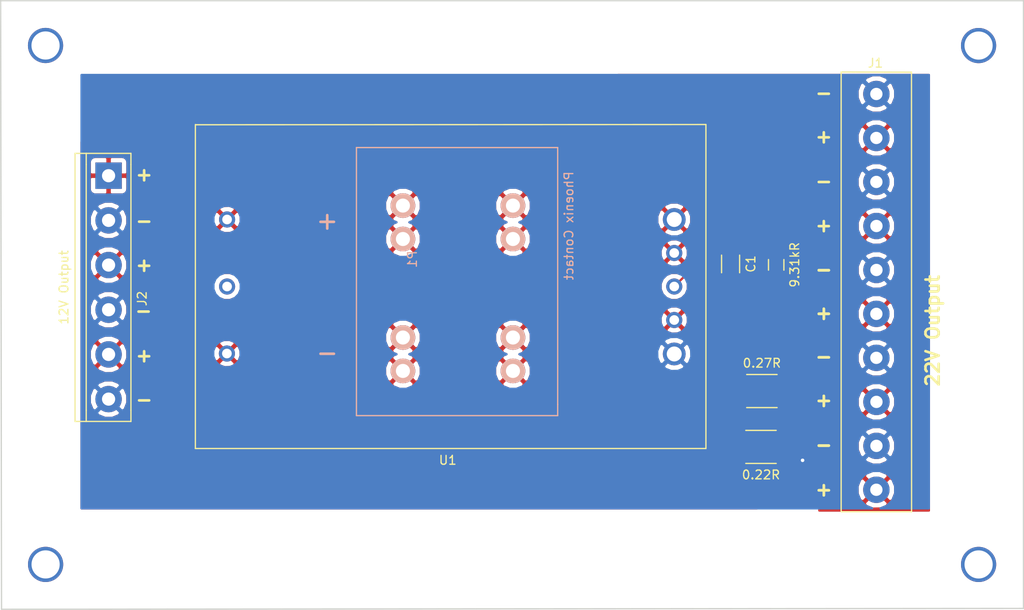
<source format=kicad_pcb>
(kicad_pcb (version 4) (host pcbnew 4.0.7)

  (general
    (links 32)
    (no_connects 0)
    (area 58.027499 107.0254 160.095001 160.285501)
    (thickness 1.6)
    (drawings 29)
    (tracks 15)
    (zones 0)
    (modules 8)
    (nets 9)
  )

  (page A4)
  (layers
    (0 F.Cu signal hide)
    (31 B.Cu signal hide)
    (32 B.Adhes user hide)
    (33 F.Adhes user hide)
    (34 B.Paste user hide)
    (35 F.Paste user hide)
    (36 B.SilkS user)
    (37 F.SilkS user hide)
    (38 B.Mask user)
    (39 F.Mask user)
    (40 Dwgs.User user)
    (41 Cmts.User user)
    (42 Eco1.User user)
    (43 Eco2.User user)
    (44 Edge.Cuts user)
    (45 Margin user)
    (46 B.CrtYd user)
    (47 F.CrtYd user)
    (48 B.Fab user)
    (49 F.Fab user)
  )

  (setup
    (last_trace_width 0.25)
    (trace_clearance 0.2)
    (zone_clearance 0.508)
    (zone_45_only no)
    (trace_min 0.2)
    (segment_width 0.2)
    (edge_width 0.15)
    (via_size 0.6)
    (via_drill 0.4)
    (via_min_size 0.4)
    (via_min_drill 0.3)
    (uvia_size 0.3)
    (uvia_drill 0.1)
    (uvias_allowed no)
    (uvia_min_size 0.2)
    (uvia_min_drill 0.1)
    (pcb_text_width 0.3)
    (pcb_text_size 1.5 1.5)
    (mod_edge_width 0.15)
    (mod_text_size 1 1)
    (mod_text_width 0.15)
    (pad_size 1.524 1.524)
    (pad_drill 0.762)
    (pad_to_mask_clearance 0.2)
    (aux_axis_origin 0 0)
    (visible_elements 7FFFFFFF)
    (pcbplotparams
      (layerselection 0x00030_80000001)
      (usegerberextensions false)
      (excludeedgelayer true)
      (linewidth 0.100000)
      (plotframeref false)
      (viasonmask false)
      (mode 1)
      (useauxorigin false)
      (hpglpennumber 1)
      (hpglpenspeed 20)
      (hpglpendiameter 15)
      (hpglpenoverlay 2)
      (psnegative false)
      (psa4output false)
      (plotreference true)
      (plotvalue true)
      (plotinvisibletext false)
      (padsonsilk false)
      (subtractmaskfromsilk false)
      (outputformat 1)
      (mirror false)
      (drillshape 1)
      (scaleselection 1)
      (outputdirectory ""))
  )

  (net 0 "")
  (net 1 /-Vout)
  (net 2 "Net-(0.22-Pad2)")
  (net 3 "Net-(0.27-Pad2)")
  (net 4 "Net-(9.3182-Pad1)")
  (net 5 "Net-(9.3182-Pad2)")
  (net 6 GND)
  (net 7 "Net-(P1-Pad2)")
  (net 8 "Net-(U1-Pad2)")

  (net_class Default "This is the default net class."
    (clearance 0.2)
    (trace_width 0.25)
    (via_dia 0.6)
    (via_drill 0.4)
    (uvia_dia 0.3)
    (uvia_drill 0.1)
    (add_net /-Vout)
    (add_net GND)
    (add_net "Net-(0.22-Pad2)")
    (add_net "Net-(0.27-Pad2)")
    (add_net "Net-(9.3182-Pad1)")
    (add_net "Net-(9.3182-Pad2)")
    (add_net "Net-(P1-Pad2)")
    (add_net "Net-(U1-Pad2)")
  )

  (module Capacitors_SMD:C_1206 (layer F.Cu) (tedit 5415D7BD) (tstamp 5AE0D79C)
    (at 134.8232 130.8354 270)
    (descr "Capacitor SMD 1206, reflow soldering, AVX (see smccp.pdf)")
    (tags "capacitor 1206")
    (path /5AC54A7E)
    (attr smd)
    (fp_text reference C1 (at 0 -2.3 270) (layer F.SilkS)
      (effects (font (size 1 1) (thickness 0.15)))
    )
    (fp_text value 0.01uF (at 0 2.3 270) (layer F.Fab)
      (effects (font (size 1 1) (thickness 0.15)))
    )
    (fp_line (start -1.6 0.8) (end -1.6 -0.8) (layer F.Fab) (width 0.15))
    (fp_line (start 1.6 0.8) (end -1.6 0.8) (layer F.Fab) (width 0.15))
    (fp_line (start 1.6 -0.8) (end 1.6 0.8) (layer F.Fab) (width 0.15))
    (fp_line (start -1.6 -0.8) (end 1.6 -0.8) (layer F.Fab) (width 0.15))
    (fp_line (start -2.3 -1.15) (end 2.3 -1.15) (layer F.CrtYd) (width 0.05))
    (fp_line (start -2.3 1.15) (end 2.3 1.15) (layer F.CrtYd) (width 0.05))
    (fp_line (start -2.3 -1.15) (end -2.3 1.15) (layer F.CrtYd) (width 0.05))
    (fp_line (start 2.3 -1.15) (end 2.3 1.15) (layer F.CrtYd) (width 0.05))
    (fp_line (start 1 -1.025) (end -1 -1.025) (layer F.SilkS) (width 0.15))
    (fp_line (start -1 1.025) (end 1 1.025) (layer F.SilkS) (width 0.15))
    (pad 1 smd rect (at -1.5 0 270) (size 1 1.6) (layers F.Cu F.Paste F.Mask)
      (net 3 "Net-(0.27-Pad2)"))
    (pad 2 smd rect (at 1.5 0 270) (size 1 1.6) (layers F.Cu F.Paste F.Mask)
      (net 5 "Net-(9.3182-Pad2)"))
    (model Capacitors_SMD.3dshapes/C_1206.wrl
      (at (xyz 0 0 0))
      (scale (xyz 1 1 1))
      (rotate (xyz 0 0 0))
    )
  )

  (module USST-footprints:TerminalBlock_Pheonix_PT-5mm_6pol (layer F.Cu) (tedit 5AE0E9A8) (tstamp 5AE0D7C3)
    (at 64.1604 120.8024 270)
    (path /5AC95135)
    (fp_text reference J2 (at 13.97 -3.81 270) (layer F.SilkS)
      (effects (font (size 1 1) (thickness 0.15)))
    )
    (fp_text value "12V Output" (at 12.7 5.08 270) (layer F.SilkS)
      (effects (font (size 1 1) (thickness 0.15)))
    )
    (fp_line (start 27.94 3.81) (end 27.94 2.54) (layer F.SilkS) (width 0.15))
    (fp_line (start -2.54 3.81) (end 27.94 3.81) (layer F.SilkS) (width 0.15))
    (fp_line (start -2.54 2.54) (end -2.54 3.81) (layer F.SilkS) (width 0.15))
    (fp_line (start -2.54 2.54) (end -1.27 2.54) (layer F.SilkS) (width 0.15))
    (fp_line (start -2.54 -2.54) (end -2.54 2.54) (layer F.SilkS) (width 0.15))
    (fp_line (start -1.27 -2.54) (end -2.54 -2.54) (layer F.SilkS) (width 0.15))
    (fp_line (start 27.94 2.54) (end 26.67 2.54) (layer F.SilkS) (width 0.15))
    (fp_line (start 27.94 -2.54) (end 27.94 2.54) (layer F.SilkS) (width 0.15))
    (fp_line (start 26.67 -2.54) (end 27.94 -2.54) (layer F.SilkS) (width 0.15))
    (fp_line (start 26.67 -2.54) (end -1.27 -2.54) (layer F.SilkS) (width 0.15))
    (fp_line (start -1.27 2.54) (end 26.67 2.54) (layer F.SilkS) (width 0.15))
    (pad 1 thru_hole rect (at 0 0 270) (size 3 3) (drill 1.5) (layers *.Cu *.Mask)
      (net 2 "Net-(0.22-Pad2)"))
    (pad 2 thru_hole circle (at 5.08 0 270) (size 3 3) (drill 1.5) (layers *.Cu *.Mask)
      (net 1 /-Vout))
    (pad 3 thru_hole circle (at 10.16 0 270) (size 3 3) (drill 1.5) (layers *.Cu *.Mask)
      (net 2 "Net-(0.22-Pad2)"))
    (pad 4 thru_hole circle (at 15.24 0 270) (size 3 3) (drill 1.5) (layers *.Cu *.Mask)
      (net 1 /-Vout))
    (pad 5 thru_hole circle (at 20.32 0 270) (size 3 3) (drill 1.5) (layers *.Cu *.Mask)
      (net 2 "Net-(0.22-Pad2)"))
    (pad 6 thru_hole circle (at 25.4 0 270) (size 3 3) (drill 1.5) (layers *.Cu *.Mask)
      (net 1 /-Vout))
  )

  (module USST-footprints:Phoenix_Contact_1770539 (layer B.Cu) (tedit 5AE0EADD) (tstamp 5AE0D7D4)
    (at 110.1 143 90)
    (path /5AC864F2)
    (fp_text reference P1 (at 12.7 -11.43 90) (layer B.SilkS)
      (effects (font (size 1 1) (thickness 0.15)) (justify mirror))
    )
    (fp_text value "Phoenix Contact" (at 16.51 6.35 90) (layer B.SilkS)
      (effects (font (size 1 1) (thickness 0.15)) (justify mirror))
    )
    (fp_line (start -5.08 5.08) (end -3.81 5.08) (layer B.SilkS) (width 0.15))
    (fp_line (start -5.08 -17.78) (end -5.08 5.08) (layer B.SilkS) (width 0.15))
    (fp_line (start 25.4 -17.78) (end -5.08 -17.78) (layer B.SilkS) (width 0.15))
    (fp_line (start 25.4 5.08) (end 25.4 -17.78) (layer B.SilkS) (width 0.15))
    (fp_line (start -3.81 5.08) (end 25.4 5.08) (layer B.SilkS) (width 0.15))
    (pad 1 thru_hole circle (at 0 0 90) (size 2.8 2.8) (drill 1.6) (layers *.Cu *.Mask B.SilkS)
      (net 6 GND))
    (pad 1 thru_hole circle (at 3.8 0 90) (size 2.8 2.8) (drill 1.6) (layers *.Cu *.Mask B.SilkS)
      (net 6 GND))
    (pad 1 thru_hole circle (at 0 -12.5 90) (size 2.8 2.8) (drill 1.6) (layers *.Cu *.Mask B.SilkS)
      (net 6 GND))
    (pad 1 thru_hole circle (at 3.8 -12.5 90) (size 2.8 2.8) (drill 1.6) (layers *.Cu *.Mask B.SilkS)
      (net 6 GND))
    (pad 2 thru_hole circle (at 15 0 90) (size 2.8 2.8) (drill 1.6) (layers *.Cu *.Mask B.SilkS)
      (net 7 "Net-(P1-Pad2)"))
    (pad 2 thru_hole circle (at 18.8 0 90) (size 2.8 2.8) (drill 1.6) (layers *.Cu *.Mask B.SilkS)
      (net 7 "Net-(P1-Pad2)"))
    (pad 2 thru_hole circle (at 15 -12.5 90) (size 2.8 2.8) (drill 1.6) (layers *.Cu *.Mask B.SilkS)
      (net 7 "Net-(P1-Pad2)"))
    (pad 2 thru_hole circle (at 18.8 -12.5 90) (size 2.8 2.8) (drill 1.6) (layers *.Cu *.Mask B.SilkS)
      (net 7 "Net-(P1-Pad2)"))
  )

  (module USST-footprints:IQL24040A050V_Power_Supply (layer F.Cu) (tedit 5AC415F9) (tstamp 5AE0D7E4)
    (at 128.4224 125.7808)
    (path /5AC545D9)
    (fp_text reference U1 (at -25.73 27.37 180) (layer F.SilkS)
      (effects (font (size 1 1) (thickness 0.15)))
    )
    (fp_text value IQL24040A050V-009-R-ND (at -25.82 24.43) (layer F.Fab)
      (effects (font (size 1 1) (thickness 0.15)))
    )
    (fp_line (start -54.36 -10.77) (end 3.6 -10.8) (layer F.SilkS) (width 0.15))
    (fp_line (start 3.6 -10.8) (end 3.6 26.04) (layer F.SilkS) (width 0.15))
    (fp_line (start 3.6 26.04) (end -54.4 26.04) (layer F.SilkS) (width 0.15))
    (fp_line (start -54.4 26.04) (end -54.4 -10.8) (layer F.SilkS) (width 0.15))
    (pad 8 thru_hole circle (at 0 0) (size 2.59 2.59) (drill 1.7) (layers *.Cu *.Mask)
      (net 3 "Net-(0.27-Pad2)"))
    (pad 4 thru_hole circle (at 0 15.29) (size 2.59 2.59) (drill 1.7) (layers *.Cu *.Mask)
      (net 1 /-Vout))
    (pad 7 thru_hole circle (at 0 3.81) (size 1.83 1.83) (drill 1.1) (layers *.Cu *.Mask)
      (net 3 "Net-(0.27-Pad2)"))
    (pad 6 thru_hole circle (at 0 7.62) (size 1.83 1.83) (drill 1.1) (layers *.Cu *.Mask)
      (net 5 "Net-(9.3182-Pad2)"))
    (pad 8 thru_hole circle (at 0 11.43) (size 1.83 1.83) (drill 1.1) (layers *.Cu *.Mask)
      (net 3 "Net-(0.27-Pad2)"))
    (pad 1 thru_hole circle (at -50.8 0) (size 1.83 1.83) (drill 1.1) (layers *.Cu *.Mask)
      (net 7 "Net-(P1-Pad2)"))
    (pad 2 thru_hole circle (at -50.8 7.62) (size 1.83 1.83) (drill 1.1) (layers *.Cu *.Mask)
      (net 8 "Net-(U1-Pad2)"))
    (pad 3 thru_hole circle (at -50.82 15.24) (size 1.83 1.83) (drill 1.1) (layers *.Cu *.Mask)
      (net 6 GND))
  )

  (module Resistors_SMD:R_1812 (layer F.Cu) (tedit 5AE0E9E5) (tstamp 5AE0D77C)
    (at 138.3792 145.288)
    (descr "Resistor SMD 1812, flow soldering, Panasonic (see ERJ12)")
    (tags "resistor 1812")
    (path /5AC54CA5)
    (attr smd)
    (fp_text reference 0.27R (at 0 -3.175) (layer F.SilkS)
      (effects (font (size 1 1) (thickness 0.15)))
    )
    (fp_text value 0.27 (at 0 3.175) (layer F.Fab)
      (effects (font (size 1 1) (thickness 0.15)))
    )
    (fp_line (start -2.25 1.6) (end -2.25 -1.6) (layer F.Fab) (width 0.1))
    (fp_line (start 2.25 1.6) (end -2.25 1.6) (layer F.Fab) (width 0.1))
    (fp_line (start 2.25 -1.6) (end 2.25 1.6) (layer F.Fab) (width 0.1))
    (fp_line (start -2.25 -1.6) (end 2.25 -1.6) (layer F.Fab) (width 0.1))
    (fp_line (start -3.5052 -2.2352) (end 3.5052 -2.2352) (layer F.CrtYd) (width 0.05))
    (fp_line (start 3.5052 -2.2352) (end 3.5052 2.2352) (layer F.CrtYd) (width 0.05))
    (fp_line (start 3.5052 2.2352) (end -3.5052 2.2352) (layer F.CrtYd) (width 0.05))
    (fp_line (start -3.5052 2.2352) (end -3.5052 -2.2352) (layer F.CrtYd) (width 0.05))
    (fp_line (start -1.7272 1.8796) (end 1.7272 1.8796) (layer F.SilkS) (width 0.15))
    (fp_line (start -1.7272 -1.8796) (end 1.7272 -1.8796) (layer F.SilkS) (width 0.15))
    (pad 1 smd rect (at -2.4384 0) (size 1.6 3.5) (layers F.Cu F.Paste F.Mask)
      (net 2 "Net-(0.22-Pad2)"))
    (pad 2 smd rect (at 2.4384 0) (size 1.6 3.5) (layers F.Cu F.Paste F.Mask)
      (net 3 "Net-(0.27-Pad2)"))
  )

  (module Resistors_SMD:R_1812 (layer F.Cu) (tedit 5AE0E9F4) (tstamp 5AE0D76C)
    (at 138.2776 151.638 180)
    (descr "Resistor SMD 1812, flow soldering, Panasonic (see ERJ12)")
    (tags "resistor 1812")
    (path /5AC54C78)
    (attr smd)
    (fp_text reference 0.22R (at 0 -3.175 180) (layer F.SilkS)
      (effects (font (size 1 1) (thickness 0.15)))
    )
    (fp_text value 0.22 (at 0 3.175 180) (layer F.Fab)
      (effects (font (size 1 1) (thickness 0.15)))
    )
    (fp_line (start -2.25 1.6) (end -2.25 -1.6) (layer F.Fab) (width 0.1))
    (fp_line (start 2.25 1.6) (end -2.25 1.6) (layer F.Fab) (width 0.1))
    (fp_line (start 2.25 -1.6) (end 2.25 1.6) (layer F.Fab) (width 0.1))
    (fp_line (start -2.25 -1.6) (end 2.25 -1.6) (layer F.Fab) (width 0.1))
    (fp_line (start -3.5052 -2.2352) (end 3.5052 -2.2352) (layer F.CrtYd) (width 0.05))
    (fp_line (start 3.5052 -2.2352) (end 3.5052 2.2352) (layer F.CrtYd) (width 0.05))
    (fp_line (start 3.5052 2.2352) (end -3.5052 2.2352) (layer F.CrtYd) (width 0.05))
    (fp_line (start -3.5052 2.2352) (end -3.5052 -2.2352) (layer F.CrtYd) (width 0.05))
    (fp_line (start -1.7272 1.8796) (end 1.7272 1.8796) (layer F.SilkS) (width 0.15))
    (fp_line (start -1.7272 -1.8796) (end 1.7272 -1.8796) (layer F.SilkS) (width 0.15))
    (pad 1 smd rect (at -2.4384 0 180) (size 1.6 3.5) (layers F.Cu F.Paste F.Mask)
      (net 1 /-Vout))
    (pad 2 smd rect (at 2.4384 0 180) (size 1.6 3.5) (layers F.Cu F.Paste F.Mask)
      (net 2 "Net-(0.22-Pad2)"))
  )

  (module USST-footprints:Phoenix_Contact_Terminal_Block_1x10_1935242 (layer F.Cu) (tedit 5AE0DC22) (tstamp 5AE0D7AE)
    (at 151.384 134.0104 90)
    (path /5AC943C7)
    (fp_text reference J1 (at 26.01 -0.1 180) (layer F.SilkS)
      (effects (font (size 1 1) (thickness 0.15)))
    )
    (fp_text value "22V Output" (at -0.22 5.59 90) (layer F.Fab)
      (effects (font (size 1 1) (thickness 0.15)))
    )
    (fp_line (start -25 -4) (end 25 -4) (layer F.SilkS) (width 0.15))
    (fp_line (start 25 -4) (end 24.98 3.99) (layer F.SilkS) (width 0.15))
    (fp_line (start 24.98 3.99) (end -25 4) (layer F.SilkS) (width 0.15))
    (fp_line (start -25 4) (end -25 -4) (layer F.SilkS) (width 0.15))
    (pad 1 thru_hole circle (at -22.5 0 90) (size 3 3) (drill 1.4) (layers *.Cu *.Mask)
      (net 3 "Net-(0.27-Pad2)"))
    (pad 2 thru_hole circle (at -17.51 0.01 90) (size 3 3) (drill 1.4) (layers *.Cu *.Mask)
      (net 1 /-Vout))
    (pad 3 thru_hole circle (at -12.51 0.01 90) (size 3 3) (drill 1.4) (layers *.Cu *.Mask)
      (net 3 "Net-(0.27-Pad2)"))
    (pad 4 thru_hole circle (at -7.5 0 90) (size 3 3) (drill 1.4) (layers *.Cu *.Mask)
      (net 1 /-Vout))
    (pad 5 thru_hole circle (at -2.5 0 90) (size 3 3) (drill 1.4) (layers *.Cu *.Mask)
      (net 3 "Net-(0.27-Pad2)"))
    (pad 6 thru_hole circle (at 2.49 0.01 90) (size 3 3) (drill 1.4) (layers *.Cu *.Mask)
      (net 1 /-Vout))
    (pad 7 thru_hole circle (at 7.49 0.01 90) (size 3 3) (drill 1.4) (layers *.Cu *.Mask)
      (net 3 "Net-(0.27-Pad2)"))
    (pad 8 thru_hole circle (at 12.5 0 90) (size 3 3) (drill 1.4) (layers *.Cu *.Mask)
      (net 1 /-Vout))
    (pad 9 thru_hole circle (at 17.5 0 90) (size 3 3) (drill 1.4) (layers *.Cu *.Mask)
      (net 3 "Net-(0.27-Pad2)"))
    (pad 10 thru_hole circle (at 22.5 0 90) (size 3 3) (drill 1.4) (layers *.Cu *.Mask)
      (net 1 /-Vout))
  )

  (module Resistors_SMD:R_0805 (layer F.Cu) (tedit 5AE0EA17) (tstamp 5AE0D78C)
    (at 140.0048 130.937 270)
    (descr "Resistor SMD 0805, reflow soldering, Vishay (see dcrcw.pdf)")
    (tags "resistor 0805")
    (path /5AC54BDD)
    (attr smd)
    (fp_text reference 9.31kR (at 0 -2.1 270) (layer F.SilkS)
      (effects (font (size 1 1) (thickness 0.15)))
    )
    (fp_text value 9.3182 (at 0 2.1 360) (layer F.Fab)
      (effects (font (size 1 1) (thickness 0.15)))
    )
    (fp_line (start -1 0.625) (end -1 -0.625) (layer F.Fab) (width 0.1))
    (fp_line (start 1 0.625) (end -1 0.625) (layer F.Fab) (width 0.1))
    (fp_line (start 1 -0.625) (end 1 0.625) (layer F.Fab) (width 0.1))
    (fp_line (start -1 -0.625) (end 1 -0.625) (layer F.Fab) (width 0.1))
    (fp_line (start -1.6 -1) (end 1.6 -1) (layer F.CrtYd) (width 0.05))
    (fp_line (start -1.6 1) (end 1.6 1) (layer F.CrtYd) (width 0.05))
    (fp_line (start -1.6 -1) (end -1.6 1) (layer F.CrtYd) (width 0.05))
    (fp_line (start 1.6 -1) (end 1.6 1) (layer F.CrtYd) (width 0.05))
    (fp_line (start 0.6 0.875) (end -0.6 0.875) (layer F.SilkS) (width 0.15))
    (fp_line (start -0.6 -0.875) (end 0.6 -0.875) (layer F.SilkS) (width 0.15))
    (pad 1 smd rect (at -0.95 0 270) (size 0.7 1.3) (layers F.Cu F.Paste F.Mask)
      (net 4 "Net-(9.3182-Pad1)"))
    (pad 2 smd rect (at 0.95 0 270) (size 0.7 1.3) (layers F.Cu F.Paste F.Mask)
      (net 5 "Net-(9.3182-Pad2)"))
    (model Resistors_SMD.3dshapes/R_0805.wrl
      (at (xyz 0 0 0))
      (scale (xyz 1 1 1))
      (rotate (xyz 0 0 0))
    )
  )

  (gr_text - (at 89 140.9) (layer B.SilkS) (tstamp 5AE0EB32)
    (effects (font (size 2 2) (thickness 0.3)) (justify mirror))
  )
  (gr_text + (at 89 125.9) (layer B.SilkS)
    (effects (font (size 2 2) (thickness 0.3)) (justify mirror))
  )
  (gr_line (start 52 170.1) (end 168.1 170) (angle 90) (layer Edge.Cuts) (width 0.15))
  (gr_line (start 51.9 100.9) (end 52 170.1) (angle 90) (layer Edge.Cuts) (width 0.15))
  (gr_line (start 168.1 100.9) (end 51.9 100.9) (angle 90) (layer Edge.Cuts) (width 0.15))
  (gr_line (start 168.1 170) (end 168.1 100.9) (angle 90) (layer Edge.Cuts) (width 0.15))
  (gr_text + (at 68.199 120.65) (layer F.SilkS)
    (effects (font (size 1.5 1.5) (thickness 0.3)))
  )
  (gr_text "-\n" (at 68.199 125.9205) (layer F.SilkS)
    (effects (font (size 1.5 1.5) (thickness 0.3)))
  )
  (gr_text + (at 68.199 130.937) (layer F.SilkS)
    (effects (font (size 1.5 1.5) (thickness 0.3)))
  )
  (gr_text "-\n" (at 68.1355 136.144) (layer F.SilkS)
    (effects (font (size 1.5 1.5) (thickness 0.3)))
  )
  (gr_text "-\n" (at 68.199 146.2405) (layer F.SilkS)
    (effects (font (size 1.5 1.5) (thickness 0.3)))
  )
  (gr_text + (at 68.199 141.224) (layer F.SilkS)
    (effects (font (size 1.5 1.5) (thickness 0.3)))
  )
  (gr_text + (at 145.415 156.464) (layer F.SilkS) (tstamp 5AE0EBC6)
    (effects (font (size 1.5 1.5) (thickness 0.3)))
  )
  (gr_text "-\n" (at 145.415 151.384) (layer F.SilkS) (tstamp 5AE0EBC5)
    (effects (font (size 1.5 1.5) (thickness 0.3)))
  )
  (gr_text + (at 145.415 146.304) (layer F.SilkS) (tstamp 5AE0EBC4)
    (effects (font (size 1.5 1.5) (thickness 0.3)))
  )
  (gr_text "-\n" (at 145.415 141.351) (layer F.SilkS) (tstamp 5AE0EBC3)
    (effects (font (size 1.5 1.5) (thickness 0.3)))
  )
  (gr_text + (at 145.415 136.398) (layer F.SilkS) (tstamp 5AE0EBC2)
    (effects (font (size 1.5 1.5) (thickness 0.3)))
  )
  (gr_text "-\n" (at 145.415 131.445) (layer F.SilkS) (tstamp 5AE0EBC1)
    (effects (font (size 1.5 1.5) (thickness 0.3)))
  )
  (gr_text "-\n" (at 145.415 111.379) (layer F.SilkS)
    (effects (font (size 1.5 1.5) (thickness 0.3)))
  )
  (gr_text + (at 145.415 116.332) (layer F.SilkS)
    (effects (font (size 1.5 1.5) (thickness 0.3)))
  )
  (gr_text "-\n" (at 145.415 121.412) (layer F.SilkS)
    (effects (font (size 1.5 1.5) (thickness 0.3)))
  )
  (gr_text + (at 145.415 126.4285) (layer F.SilkS)
    (effects (font (size 1.5 1.5) (thickness 0.3)))
  )
  (gr_text "-\n" (at 145.415 131.445) (layer F.SilkS)
    (effects (font (size 1.5 1.5) (thickness 0.3)))
  )
  (gr_text + (at 145.415 136.398) (layer F.SilkS)
    (effects (font (size 1.5 1.5) (thickness 0.3)))
  )
  (gr_text "-\n" (at 145.415 141.351) (layer F.SilkS)
    (effects (font (size 1.5 1.5) (thickness 0.3)))
  )
  (gr_text + (at 145.415 146.304) (layer F.SilkS)
    (effects (font (size 1.5 1.5) (thickness 0.3)))
  )
  (gr_text "-\n" (at 145.415 151.384) (layer F.SilkS)
    (effects (font (size 1.5 1.5) (thickness 0.3)))
  )
  (gr_text + (at 145.415 156.464) (layer F.SilkS)
    (effects (font (size 1.5 1.5) (thickness 0.3)))
  )
  (gr_text "22V Output\n" (at 157.7848 138.43 90) (layer F.SilkS)
    (effects (font (size 1.5 1.5) (thickness 0.3)))
  )

  (via (at 162.996595 106.005571) (size 4) (drill 3.2) (layers F.Cu B.Cu) (net 0))
  (via (at 57.006773 164.997482) (size 4) (drill 3.2) (layers F.Cu B.Cu) (net 0))
  (via (at 163 165) (size 4) (drill 3.2) (layers F.Cu B.Cu) (net 0) (tstamp 5AE0E7A7))
  (via (at 56.999388 105.996442) (size 4) (drill 3.2) (layers F.Cu B.Cu) (net 0))
  (segment (start 143.002 152.7216) (end 143.002 153.162) (width 0.25) (layer F.Cu) (net 1))
  (segment (start 141.8676 151.5872) (end 143.002 152.7216) (width 0.25) (layer F.Cu) (net 1))
  (segment (start 140.8176 151.5872) (end 141.8676 151.5872) (width 0.25) (layer F.Cu) (net 1))
  (via (at 143.002 153.162) (size 0.6) (drill 0.4) (layers F.Cu B.Cu) (net 1))
  (segment (start 140.8176 145.288) (end 145.542 145.288) (width 0.25) (layer F.Cu) (net 3))
  (segment (start 134.8232 129.3354) (end 135.8732 129.3354) (width 0.25) (layer F.Cu) (net 3))
  (segment (start 134.5678 129.5908) (end 134.8232 129.3354) (width 0.25) (layer F.Cu) (net 3))
  (segment (start 134.8232 132.3354) (end 139.5564 132.3354) (width 0.25) (layer F.Cu) (net 5))
  (segment (start 139.5564 132.3354) (end 140.0048 131.887) (width 0.25) (layer F.Cu) (net 5))
  (segment (start 128.4224 133.4008) (end 129.4878 132.3354) (width 0.25) (layer F.Cu) (net 5))
  (segment (start 129.4878 132.3354) (end 134.8232 132.3354) (width 0.25) (layer F.Cu) (net 5))

  (zone (net 7) (net_name "Net-(P1-Pad2)") (layer F.Cu) (tstamp 0) (hatch edge 0.508)
    (connect_pads (clearance 0.508))
    (min_thickness 0.254)
    (fill yes (arc_segments 16) (thermal_gap 0.508) (thermal_bridge_width 0.508))
    (polygon
      (pts
        (xy 76.2 132.08) (xy 76.2 121.92) (xy 76.2 119.38) (xy 114.3 119.38) (xy 114.3 132.08)
      )
    )
    (filled_polygon
      (pts
        (xy 114.173 131.953) (xy 78.177542 131.953) (xy 77.932067 131.85107) (xy 77.315439 131.850532) (xy 77.067447 131.953)
        (xy 76.327 131.953) (xy 76.327 129.441724) (xy 96.337882 129.441724) (xy 96.485455 129.750106) (xy 97.240031 130.043405)
        (xy 98.049409 130.025614) (xy 98.714545 129.750106) (xy 98.862118 129.441724) (xy 108.837882 129.441724) (xy 108.985455 129.750106)
        (xy 109.740031 130.043405) (xy 110.549409 130.025614) (xy 111.214545 129.750106) (xy 111.362118 129.441724) (xy 110.1 128.179605)
        (xy 108.837882 129.441724) (xy 98.862118 129.441724) (xy 97.6 128.179605) (xy 96.337882 129.441724) (xy 76.327 129.441724)
        (xy 76.327 127.640031) (xy 95.556595 127.640031) (xy 95.574386 128.449409) (xy 95.849894 129.114545) (xy 96.158276 129.262118)
        (xy 97.420395 128) (xy 97.779605 128) (xy 99.041724 129.262118) (xy 99.350106 129.114545) (xy 99.643405 128.359969)
        (xy 99.62758 127.640031) (xy 108.056595 127.640031) (xy 108.074386 128.449409) (xy 108.349894 129.114545) (xy 108.658276 129.262118)
        (xy 109.920395 128) (xy 110.279605 128) (xy 111.541724 129.262118) (xy 111.850106 129.114545) (xy 112.143405 128.359969)
        (xy 112.125614 127.550591) (xy 111.850106 126.885455) (xy 111.541724 126.737882) (xy 110.279605 128) (xy 109.920395 128)
        (xy 108.658276 126.737882) (xy 108.349894 126.885455) (xy 108.056595 127.640031) (xy 99.62758 127.640031) (xy 99.625614 127.550591)
        (xy 99.350106 126.885455) (xy 99.041724 126.737882) (xy 97.779605 128) (xy 97.420395 128) (xy 96.158276 126.737882)
        (xy 95.849894 126.885455) (xy 95.556595 127.640031) (xy 76.327 127.640031) (xy 76.327 126.871818) (xy 76.710987 126.871818)
        (xy 76.799234 127.129857) (xy 77.378155 127.342178) (xy 77.994261 127.316794) (xy 78.445566 127.129857) (xy 78.533813 126.871818)
        (xy 77.6224 125.960405) (xy 76.710987 126.871818) (xy 76.327 126.871818) (xy 76.327 126.622316) (xy 76.531382 126.692213)
        (xy 77.442795 125.7808) (xy 77.802005 125.7808) (xy 78.713418 126.692213) (xy 78.971457 126.603966) (xy 79.183778 126.025045)
        (xy 79.167985 125.641724) (xy 96.337882 125.641724) (xy 96.485455 125.950106) (xy 96.858833 126.095236) (xy 96.485455 126.249894)
        (xy 96.337882 126.558276) (xy 97.6 127.820395) (xy 98.862118 126.558276) (xy 98.714545 126.249894) (xy 98.341167 126.104764)
        (xy 98.714545 125.950106) (xy 98.862118 125.641724) (xy 108.837882 125.641724) (xy 108.985455 125.950106) (xy 109.358833 126.095236)
        (xy 108.985455 126.249894) (xy 108.837882 126.558276) (xy 110.1 127.820395) (xy 111.362118 126.558276) (xy 111.214545 126.249894)
        (xy 110.841167 126.104764) (xy 111.214545 125.950106) (xy 111.362118 125.641724) (xy 110.1 124.379605) (xy 108.837882 125.641724)
        (xy 98.862118 125.641724) (xy 97.6 124.379605) (xy 96.337882 125.641724) (xy 79.167985 125.641724) (xy 79.158394 125.408939)
        (xy 78.971457 124.957634) (xy 78.713418 124.869387) (xy 77.802005 125.7808) (xy 77.442795 125.7808) (xy 76.531382 124.869387)
        (xy 76.327 124.939284) (xy 76.327 124.689782) (xy 76.710987 124.689782) (xy 77.6224 125.601195) (xy 78.533813 124.689782)
        (xy 78.445566 124.431743) (xy 77.866645 124.219422) (xy 77.250539 124.244806) (xy 76.799234 124.431743) (xy 76.710987 124.689782)
        (xy 76.327 124.689782) (xy 76.327 123.840031) (xy 95.556595 123.840031) (xy 95.574386 124.649409) (xy 95.849894 125.314545)
        (xy 96.158276 125.462118) (xy 97.420395 124.2) (xy 97.779605 124.2) (xy 99.041724 125.462118) (xy 99.350106 125.314545)
        (xy 99.643405 124.559969) (xy 99.62758 123.840031) (xy 108.056595 123.840031) (xy 108.074386 124.649409) (xy 108.349894 125.314545)
        (xy 108.658276 125.462118) (xy 109.920395 124.2) (xy 110.279605 124.2) (xy 111.541724 125.462118) (xy 111.850106 125.314545)
        (xy 112.143405 124.559969) (xy 112.125614 123.750591) (xy 111.850106 123.085455) (xy 111.541724 122.937882) (xy 110.279605 124.2)
        (xy 109.920395 124.2) (xy 108.658276 122.937882) (xy 108.349894 123.085455) (xy 108.056595 123.840031) (xy 99.62758 123.840031)
        (xy 99.625614 123.750591) (xy 99.350106 123.085455) (xy 99.041724 122.937882) (xy 97.779605 124.2) (xy 97.420395 124.2)
        (xy 96.158276 122.937882) (xy 95.849894 123.085455) (xy 95.556595 123.840031) (xy 76.327 123.840031) (xy 76.327 122.758276)
        (xy 96.337882 122.758276) (xy 97.6 124.020395) (xy 98.862118 122.758276) (xy 108.837882 122.758276) (xy 110.1 124.020395)
        (xy 111.362118 122.758276) (xy 111.214545 122.449894) (xy 110.459969 122.156595) (xy 109.650591 122.174386) (xy 108.985455 122.449894)
        (xy 108.837882 122.758276) (xy 98.862118 122.758276) (xy 98.714545 122.449894) (xy 97.959969 122.156595) (xy 97.150591 122.174386)
        (xy 96.485455 122.449894) (xy 96.337882 122.758276) (xy 76.327 122.758276) (xy 76.327 119.507) (xy 114.173 119.507)
      )
    )
  )
  (zone (net 6) (net_name GND) (layer F.Cu) (tstamp 0) (hatch edge 0.508)
    (connect_pads (clearance 0.508))
    (min_thickness 0.254)
    (fill yes (arc_segments 16) (thermal_gap 0.508) (thermal_bridge_width 0.508))
    (polygon
      (pts
        (xy 76.204066 147.32) (xy 76.204066 134.62) (xy 114.304066 134.62) (xy 114.304066 147.32)
      )
    )
    (filled_polygon
      (pts
        (xy 77.312733 134.95053) (xy 77.929361 134.951068) (xy 78.423244 134.747) (xy 114.177066 134.747) (xy 114.177066 147.193)
        (xy 76.331066 147.193) (xy 76.331066 144.441724) (xy 96.337882 144.441724) (xy 96.485455 144.750106) (xy 97.240031 145.043405)
        (xy 98.049409 145.025614) (xy 98.714545 144.750106) (xy 98.862118 144.441724) (xy 108.837882 144.441724) (xy 108.985455 144.750106)
        (xy 109.740031 145.043405) (xy 110.549409 145.025614) (xy 111.214545 144.750106) (xy 111.362118 144.441724) (xy 110.1 143.179605)
        (xy 108.837882 144.441724) (xy 98.862118 144.441724) (xy 97.6 143.179605) (xy 96.337882 144.441724) (xy 76.331066 144.441724)
        (xy 76.331066 142.640031) (xy 95.556595 142.640031) (xy 95.574386 143.449409) (xy 95.849894 144.114545) (xy 96.158276 144.262118)
        (xy 97.420395 143) (xy 97.779605 143) (xy 99.041724 144.262118) (xy 99.350106 144.114545) (xy 99.643405 143.359969)
        (xy 99.62758 142.640031) (xy 108.056595 142.640031) (xy 108.074386 143.449409) (xy 108.349894 144.114545) (xy 108.658276 144.262118)
        (xy 109.920395 143) (xy 110.279605 143) (xy 111.541724 144.262118) (xy 111.850106 144.114545) (xy 112.143405 143.359969)
        (xy 112.125614 142.550591) (xy 111.850106 141.885455) (xy 111.541724 141.737882) (xy 110.279605 143) (xy 109.920395 143)
        (xy 108.658276 141.737882) (xy 108.349894 141.885455) (xy 108.056595 142.640031) (xy 99.62758 142.640031) (xy 99.625614 142.550591)
        (xy 99.350106 141.885455) (xy 99.041724 141.737882) (xy 97.779605 143) (xy 97.420395 143) (xy 96.158276 141.737882)
        (xy 95.849894 141.885455) (xy 95.556595 142.640031) (xy 76.331066 142.640031) (xy 76.331066 142.111818) (xy 76.690987 142.111818)
        (xy 76.779234 142.369857) (xy 77.358155 142.582178) (xy 77.974261 142.556794) (xy 78.425566 142.369857) (xy 78.513813 142.111818)
        (xy 77.6024 141.200405) (xy 76.690987 142.111818) (xy 76.331066 142.111818) (xy 76.331066 141.870547) (xy 76.511382 141.932213)
        (xy 77.422795 141.0208) (xy 77.782005 141.0208) (xy 78.693418 141.932213) (xy 78.951457 141.843966) (xy 79.163778 141.265045)
        (xy 79.138394 140.648939) (xy 79.135406 140.641724) (xy 96.337882 140.641724) (xy 96.485455 140.950106) (xy 96.858833 141.095236)
        (xy 96.485455 141.249894) (xy 96.337882 141.558276) (xy 97.6 142.820395) (xy 98.862118 141.558276) (xy 98.714545 141.249894)
        (xy 98.341167 141.104764) (xy 98.714545 140.950106) (xy 98.862118 140.641724) (xy 108.837882 140.641724) (xy 108.985455 140.950106)
        (xy 109.358833 141.095236) (xy 108.985455 141.249894) (xy 108.837882 141.558276) (xy 110.1 142.820395) (xy 111.362118 141.558276)
        (xy 111.214545 141.249894) (xy 110.841167 141.104764) (xy 111.214545 140.950106) (xy 111.362118 140.641724) (xy 110.1 139.379605)
        (xy 108.837882 140.641724) (xy 98.862118 140.641724) (xy 97.6 139.379605) (xy 96.337882 140.641724) (xy 79.135406 140.641724)
        (xy 78.951457 140.197634) (xy 78.693418 140.109387) (xy 77.782005 141.0208) (xy 77.422795 141.0208) (xy 76.511382 140.109387)
        (xy 76.331066 140.171053) (xy 76.331066 139.929782) (xy 76.690987 139.929782) (xy 77.6024 140.841195) (xy 78.513813 139.929782)
        (xy 78.425566 139.671743) (xy 77.846645 139.459422) (xy 77.230539 139.484806) (xy 76.779234 139.671743) (xy 76.690987 139.929782)
        (xy 76.331066 139.929782) (xy 76.331066 138.840031) (xy 95.556595 138.840031) (xy 95.574386 139.649409) (xy 95.849894 140.314545)
        (xy 96.158276 140.462118) (xy 97.420395 139.2) (xy 97.779605 139.2) (xy 99.041724 140.462118) (xy 99.350106 140.314545)
        (xy 99.643405 139.559969) (xy 99.62758 138.840031) (xy 108.056595 138.840031) (xy 108.074386 139.649409) (xy 108.349894 140.314545)
        (xy 108.658276 140.462118) (xy 109.920395 139.2) (xy 110.279605 139.2) (xy 111.541724 140.462118) (xy 111.850106 140.314545)
        (xy 112.143405 139.559969) (xy 112.125614 138.750591) (xy 111.850106 138.085455) (xy 111.541724 137.937882) (xy 110.279605 139.2)
        (xy 109.920395 139.2) (xy 108.658276 137.937882) (xy 108.349894 138.085455) (xy 108.056595 138.840031) (xy 99.62758 138.840031)
        (xy 99.625614 138.750591) (xy 99.350106 138.085455) (xy 99.041724 137.937882) (xy 97.779605 139.2) (xy 97.420395 139.2)
        (xy 96.158276 137.937882) (xy 95.849894 138.085455) (xy 95.556595 138.840031) (xy 76.331066 138.840031) (xy 76.331066 137.758276)
        (xy 96.337882 137.758276) (xy 97.6 139.020395) (xy 98.862118 137.758276) (xy 108.837882 137.758276) (xy 110.1 139.020395)
        (xy 111.362118 137.758276) (xy 111.214545 137.449894) (xy 110.459969 137.156595) (xy 109.650591 137.174386) (xy 108.985455 137.449894)
        (xy 108.837882 137.758276) (xy 98.862118 137.758276) (xy 98.714545 137.449894) (xy 97.959969 137.156595) (xy 97.150591 137.174386)
        (xy 96.485455 137.449894) (xy 96.337882 137.758276) (xy 76.331066 137.758276) (xy 76.331066 134.747) (xy 76.822577 134.747)
      )
    )
  )
  (zone (net 3) (net_name "Net-(0.27-Pad2)") (layer F.Cu) (tstamp 0) (hatch edge 0.508)
    (connect_pads (clearance 0.508))
    (min_thickness 0.254)
    (fill yes (arc_segments 16) (thermal_gap 0.508) (thermal_bridge_width 0.508))
    (polygon
      (pts
        (xy 121.92 109.22) (xy 121.92 138.938) (xy 133.35 138.938) (xy 138.684 138.938) (xy 144.78 138.938)
        (xy 144.78 159.004) (xy 157.48 159.004) (xy 157.48 109.22)
      )
    )
    (filled_polygon
      (pts
        (xy 157.353 158.877) (xy 144.907 158.877) (xy 144.907 158.02437) (xy 150.049635 158.02437) (xy 150.209418 158.343139)
        (xy 151.000187 158.653123) (xy 151.849387 158.636897) (xy 152.558582 158.343139) (xy 152.718365 158.02437) (xy 151.384 156.690005)
        (xy 150.049635 158.02437) (xy 144.907 158.02437) (xy 144.907 156.126587) (xy 149.241277 156.126587) (xy 149.257503 156.975787)
        (xy 149.551261 157.684982) (xy 149.87003 157.844765) (xy 151.204395 156.5104) (xy 151.563605 156.5104) (xy 152.89797 157.844765)
        (xy 153.216739 157.684982) (xy 153.526723 156.894213) (xy 153.510497 156.045013) (xy 153.216739 155.335818) (xy 152.89797 155.176035)
        (xy 151.563605 156.5104) (xy 151.204395 156.5104) (xy 149.87003 155.176035) (xy 149.551261 155.335818) (xy 149.241277 156.126587)
        (xy 144.907 156.126587) (xy 144.907 154.99643) (xy 150.049635 154.99643) (xy 151.384 156.330795) (xy 152.718365 154.99643)
        (xy 152.558582 154.677661) (xy 151.767813 154.367677) (xy 150.918613 154.383903) (xy 150.209418 154.677661) (xy 150.049635 154.99643)
        (xy 144.907 154.99643) (xy 144.907 151.943215) (xy 149.25863 151.943215) (xy 149.58298 152.7282) (xy 150.183041 153.329309)
        (xy 150.967459 153.655028) (xy 151.816815 153.65577) (xy 152.6018 153.33142) (xy 153.202909 152.731359) (xy 153.528628 151.946941)
        (xy 153.52937 151.097585) (xy 153.20502 150.3126) (xy 152.604959 149.711491) (xy 151.820541 149.385772) (xy 150.971185 149.38503)
        (xy 150.1862 149.70938) (xy 149.585091 150.309441) (xy 149.259372 151.093859) (xy 149.25863 151.943215) (xy 144.907 151.943215)
        (xy 144.907 148.03437) (xy 150.059635 148.03437) (xy 150.219418 148.353139) (xy 151.010187 148.663123) (xy 151.859387 148.646897)
        (xy 152.568582 148.353139) (xy 152.728365 148.03437) (xy 151.394 146.700005) (xy 150.059635 148.03437) (xy 144.907 148.03437)
        (xy 144.907 146.136587) (xy 149.251277 146.136587) (xy 149.267503 146.985787) (xy 149.561261 147.694982) (xy 149.88003 147.854765)
        (xy 151.214395 146.5204) (xy 151.573605 146.5204) (xy 152.90797 147.854765) (xy 153.226739 147.694982) (xy 153.536723 146.904213)
        (xy 153.520497 146.055013) (xy 153.226739 145.345818) (xy 152.90797 145.186035) (xy 151.573605 146.5204) (xy 151.214395 146.5204)
        (xy 149.88003 145.186035) (xy 149.561261 145.345818) (xy 149.251277 146.136587) (xy 144.907 146.136587) (xy 144.907 145.00643)
        (xy 150.059635 145.00643) (xy 151.394 146.340795) (xy 152.728365 145.00643) (xy 152.568582 144.687661) (xy 151.777813 144.377677)
        (xy 150.928613 144.393903) (xy 150.219418 144.687661) (xy 150.059635 145.00643) (xy 144.907 145.00643) (xy 144.907 141.933215)
        (xy 149.24863 141.933215) (xy 149.57298 142.7182) (xy 150.173041 143.319309) (xy 150.957459 143.645028) (xy 151.806815 143.64577)
        (xy 152.5918 143.32142) (xy 153.192909 142.721359) (xy 153.518628 141.936941) (xy 153.51937 141.087585) (xy 153.19502 140.3026)
        (xy 152.594959 139.701491) (xy 151.810541 139.375772) (xy 150.961185 139.37503) (xy 150.1762 139.69938) (xy 149.575091 140.299441)
        (xy 149.249372 141.083859) (xy 149.24863 141.933215) (xy 144.907 141.933215) (xy 144.907 138.938) (xy 144.896994 138.88859)
        (xy 144.868553 138.846965) (xy 144.826159 138.819685) (xy 144.78 138.811) (xy 122.047 138.811) (xy 122.047 138.301818)
        (xy 127.510987 138.301818) (xy 127.599234 138.559857) (xy 128.178155 138.772178) (xy 128.794261 138.746794) (xy 129.245566 138.559857)
        (xy 129.333813 138.301818) (xy 128.4224 137.390405) (xy 127.510987 138.301818) (xy 122.047 138.301818) (xy 122.047 136.966555)
        (xy 126.861022 136.966555) (xy 126.886406 137.582661) (xy 127.073343 138.033966) (xy 127.331382 138.122213) (xy 128.242795 137.2108)
        (xy 128.602005 137.2108) (xy 129.513418 138.122213) (xy 129.771457 138.033966) (xy 129.774976 138.02437) (xy 150.049635 138.02437)
        (xy 150.209418 138.343139) (xy 151.000187 138.653123) (xy 151.849387 138.636897) (xy 152.558582 138.343139) (xy 152.718365 138.02437)
        (xy 151.384 136.690005) (xy 150.049635 138.02437) (xy 129.774976 138.02437) (xy 129.983778 137.455045) (xy 129.958394 136.838939)
        (xy 129.771457 136.387634) (xy 129.513418 136.299387) (xy 128.602005 137.2108) (xy 128.242795 137.2108) (xy 127.331382 136.299387)
        (xy 127.073343 136.387634) (xy 126.861022 136.966555) (xy 122.047 136.966555) (xy 122.047 136.119782) (xy 127.510987 136.119782)
        (xy 128.4224 137.031195) (xy 129.327008 136.126587) (xy 149.241277 136.126587) (xy 149.257503 136.975787) (xy 149.551261 137.684982)
        (xy 149.87003 137.844765) (xy 151.204395 136.5104) (xy 151.563605 136.5104) (xy 152.89797 137.844765) (xy 153.216739 137.684982)
        (xy 153.526723 136.894213) (xy 153.510497 136.045013) (xy 153.216739 135.335818) (xy 152.89797 135.176035) (xy 151.563605 136.5104)
        (xy 151.204395 136.5104) (xy 149.87003 135.176035) (xy 149.551261 135.335818) (xy 149.241277 136.126587) (xy 129.327008 136.126587)
        (xy 129.333813 136.119782) (xy 129.245566 135.861743) (xy 128.666645 135.649422) (xy 128.050539 135.674806) (xy 127.599234 135.861743)
        (xy 127.510987 136.119782) (xy 122.047 136.119782) (xy 122.047 134.99643) (xy 150.049635 134.99643) (xy 151.384 136.330795)
        (xy 152.718365 134.99643) (xy 152.558582 134.677661) (xy 151.767813 134.367677) (xy 150.918613 134.383903) (xy 150.209418 134.677661)
        (xy 150.049635 134.99643) (xy 122.047 134.99643) (xy 122.047 133.707761) (xy 126.872132 133.707761) (xy 127.107608 134.277657)
        (xy 127.543249 134.71406) (xy 128.112733 134.95053) (xy 128.729361 134.951068) (xy 129.299257 134.715592) (xy 129.73566 134.279951)
        (xy 129.97213 133.710467) (xy 129.972667 133.0954) (xy 133.435921 133.0954) (xy 133.55911 133.286841) (xy 133.77131 133.431831)
        (xy 134.0232 133.48284) (xy 135.6232 133.48284) (xy 135.858517 133.438562) (xy 136.074641 133.29949) (xy 136.21409 133.0954)
        (xy 139.5564 133.0954) (xy 139.847239 133.037548) (xy 140.076382 132.88444) (xy 140.6548 132.88444) (xy 140.890117 132.840162)
        (xy 141.106241 132.70109) (xy 141.251231 132.48889) (xy 141.30224 132.237) (xy 141.30224 131.943215) (xy 149.25863 131.943215)
        (xy 149.58298 132.7282) (xy 150.183041 133.329309) (xy 150.967459 133.655028) (xy 151.816815 133.65577) (xy 152.6018 133.33142)
        (xy 153.202909 132.731359) (xy 153.528628 131.946941) (xy 153.52937 131.097585) (xy 153.20502 130.3126) (xy 152.604959 129.711491)
        (xy 151.820541 129.385772) (xy 150.971185 129.38503) (xy 150.1862 129.70938) (xy 149.585091 130.309441) (xy 149.259372 131.093859)
        (xy 149.25863 131.943215) (xy 141.30224 131.943215) (xy 141.30224 131.537) (xy 141.257962 131.301683) (xy 141.11889 131.085559)
        (xy 140.90669 130.940569) (xy 140.893603 130.937919) (xy 141.106241 130.80109) (xy 141.251231 130.58889) (xy 141.30224 130.337)
        (xy 141.30224 129.637) (xy 141.257962 129.401683) (xy 141.11889 129.185559) (xy 140.90669 129.040569) (xy 140.6548 128.98956)
        (xy 139.3548 128.98956) (xy 139.119483 129.033838) (xy 138.903359 129.17291) (xy 138.758369 129.38511) (xy 138.70736 129.637)
        (xy 138.70736 130.337) (xy 138.751638 130.572317) (xy 138.89071 130.788441) (xy 139.10291 130.933431) (xy 139.115997 130.936081)
        (xy 138.903359 131.07291) (xy 138.758369 131.28511) (xy 138.70736 131.537) (xy 138.70736 131.5754) (xy 136.210479 131.5754)
        (xy 136.08729 131.383959) (xy 135.87509 131.238969) (xy 135.6232 131.18796) (xy 134.0232 131.18796) (xy 133.787883 131.232238)
        (xy 133.571759 131.37131) (xy 133.43231 131.5754) (xy 129.4878 131.5754) (xy 129.196961 131.633252) (xy 128.950399 131.797999)
        (xy 128.84884 131.899558) (xy 128.732067 131.85107) (xy 128.115439 131.850532) (xy 127.545543 132.086008) (xy 127.10914 132.521649)
        (xy 126.87267 133.091133) (xy 126.872132 133.707761) (xy 122.047 133.707761) (xy 122.047 130.681818) (xy 127.510987 130.681818)
        (xy 127.599234 130.939857) (xy 128.178155 131.152178) (xy 128.794261 131.126794) (xy 129.245566 130.939857) (xy 129.333813 130.681818)
        (xy 128.4224 129.770405) (xy 127.510987 130.681818) (xy 122.047 130.681818) (xy 122.047 129.346555) (xy 126.861022 129.346555)
        (xy 126.886406 129.962661) (xy 127.073343 130.413966) (xy 127.331382 130.502213) (xy 128.242795 129.5908) (xy 128.602005 129.5908)
        (xy 129.513418 130.502213) (xy 129.771457 130.413966) (xy 129.983778 129.835045) (xy 129.974966 129.62115) (xy 133.3882 129.62115)
        (xy 133.3882 129.961709) (xy 133.484873 130.195098) (xy 133.663501 130.373727) (xy 133.89689 130.4704) (xy 134.53745 130.4704)
        (xy 134.6962 130.31165) (xy 134.6962 129.4624) (xy 134.9502 129.4624) (xy 134.9502 130.31165) (xy 135.10895 130.4704)
        (xy 135.74951 130.4704) (xy 135.982899 130.373727) (xy 136.161527 130.195098) (xy 136.2582 129.961709) (xy 136.2582 129.62115)
        (xy 136.09945 129.4624) (xy 134.9502 129.4624) (xy 134.6962 129.4624) (xy 133.54695 129.4624) (xy 133.3882 129.62115)
        (xy 129.974966 129.62115) (xy 129.958394 129.218939) (xy 129.771457 128.767634) (xy 129.600275 128.709091) (xy 133.3882 128.709091)
        (xy 133.3882 129.04965) (xy 133.54695 129.2084) (xy 134.6962 129.2084) (xy 134.6962 128.35915) (xy 134.9502 128.35915)
        (xy 134.9502 129.2084) (xy 136.09945 129.2084) (xy 136.2582 129.04965) (xy 136.2582 128.709091) (xy 136.161527 128.475702)
        (xy 135.982899 128.297073) (xy 135.74951 128.2004) (xy 135.10895 128.2004) (xy 134.9502 128.35915) (xy 134.6962 128.35915)
        (xy 134.53745 128.2004) (xy 133.89689 128.2004) (xy 133.663501 128.297073) (xy 133.484873 128.475702) (xy 133.3882 128.709091)
        (xy 129.600275 128.709091) (xy 129.513418 128.679387) (xy 128.602005 129.5908) (xy 128.242795 129.5908) (xy 127.331382 128.679387)
        (xy 127.073343 128.767634) (xy 126.861022 129.346555) (xy 122.047 129.346555) (xy 122.047 128.499782) (xy 127.510987 128.499782)
        (xy 128.4224 129.411195) (xy 129.333813 128.499782) (xy 129.245566 128.241743) (xy 128.680137 128.03437) (xy 150.059635 128.03437)
        (xy 150.219418 128.353139) (xy 151.010187 128.663123) (xy 151.859387 128.646897) (xy 152.568582 128.353139) (xy 152.728365 128.03437)
        (xy 151.394 126.700005) (xy 150.059635 128.03437) (xy 128.680137 128.03437) (xy 128.666645 128.029422) (xy 128.050539 128.054806)
        (xy 127.599234 128.241743) (xy 127.510987 128.499782) (xy 122.047 128.499782) (xy 122.047 127.146646) (xy 127.236159 127.146646)
        (xy 127.370906 127.444122) (xy 128.087472 127.719899) (xy 128.855028 127.700465) (xy 129.473894 127.444122) (xy 129.608641 127.146646)
        (xy 128.4224 125.960405) (xy 127.236159 127.146646) (xy 122.047 127.146646) (xy 122.047 125.445872) (xy 126.483301 125.445872)
        (xy 126.502735 126.213428) (xy 126.759078 126.832294) (xy 127.056554 126.967041) (xy 128.242795 125.7808) (xy 128.602005 125.7808)
        (xy 129.788246 126.967041) (xy 130.085722 126.832294) (xy 130.353471 126.136587) (xy 149.251277 126.136587) (xy 149.267503 126.985787)
        (xy 149.561261 127.694982) (xy 149.88003 127.854765) (xy 151.214395 126.5204) (xy 151.573605 126.5204) (xy 152.90797 127.854765)
        (xy 153.226739 127.694982) (xy 153.536723 126.904213) (xy 153.520497 126.055013) (xy 153.226739 125.345818) (xy 152.90797 125.186035)
        (xy 151.573605 126.5204) (xy 151.214395 126.5204) (xy 149.88003 125.186035) (xy 149.561261 125.345818) (xy 149.251277 126.136587)
        (xy 130.353471 126.136587) (xy 130.361499 126.115728) (xy 130.342065 125.348172) (xy 130.200511 125.00643) (xy 150.059635 125.00643)
        (xy 151.394 126.340795) (xy 152.728365 125.00643) (xy 152.568582 124.687661) (xy 151.777813 124.377677) (xy 150.928613 124.393903)
        (xy 150.219418 124.687661) (xy 150.059635 125.00643) (xy 130.200511 125.00643) (xy 130.085722 124.729306) (xy 129.788246 124.594559)
        (xy 128.602005 125.7808) (xy 128.242795 125.7808) (xy 127.056554 124.594559) (xy 126.759078 124.729306) (xy 126.483301 125.445872)
        (xy 122.047 125.445872) (xy 122.047 124.414954) (xy 127.236159 124.414954) (xy 128.4224 125.601195) (xy 129.608641 124.414954)
        (xy 129.473894 124.117478) (xy 128.757328 123.841701) (xy 127.989772 123.861135) (xy 127.370906 124.117478) (xy 127.236159 124.414954)
        (xy 122.047 124.414954) (xy 122.047 121.933215) (xy 149.24863 121.933215) (xy 149.57298 122.7182) (xy 150.173041 123.319309)
        (xy 150.957459 123.645028) (xy 151.806815 123.64577) (xy 152.5918 123.32142) (xy 153.192909 122.721359) (xy 153.518628 121.936941)
        (xy 153.51937 121.087585) (xy 153.19502 120.3026) (xy 152.594959 119.701491) (xy 151.810541 119.375772) (xy 150.961185 119.37503)
        (xy 150.1762 119.69938) (xy 149.575091 120.299441) (xy 149.249372 121.083859) (xy 149.24863 121.933215) (xy 122.047 121.933215)
        (xy 122.047 118.02437) (xy 150.049635 118.02437) (xy 150.209418 118.343139) (xy 151.000187 118.653123) (xy 151.849387 118.636897)
        (xy 152.558582 118.343139) (xy 152.718365 118.02437) (xy 151.384 116.690005) (xy 150.049635 118.02437) (xy 122.047 118.02437)
        (xy 122.047 116.126587) (xy 149.241277 116.126587) (xy 149.257503 116.975787) (xy 149.551261 117.684982) (xy 149.87003 117.844765)
        (xy 151.204395 116.5104) (xy 151.563605 116.5104) (xy 152.89797 117.844765) (xy 153.216739 117.684982) (xy 153.526723 116.894213)
        (xy 153.510497 116.045013) (xy 153.216739 115.335818) (xy 152.89797 115.176035) (xy 151.563605 116.5104) (xy 151.204395 116.5104)
        (xy 149.87003 115.176035) (xy 149.551261 115.335818) (xy 149.241277 116.126587) (xy 122.047 116.126587) (xy 122.047 114.99643)
        (xy 150.049635 114.99643) (xy 151.384 116.330795) (xy 152.718365 114.99643) (xy 152.558582 114.677661) (xy 151.767813 114.367677)
        (xy 150.918613 114.383903) (xy 150.209418 114.677661) (xy 150.049635 114.99643) (xy 122.047 114.99643) (xy 122.047 111.933215)
        (xy 149.24863 111.933215) (xy 149.57298 112.7182) (xy 150.173041 113.319309) (xy 150.957459 113.645028) (xy 151.806815 113.64577)
        (xy 152.5918 113.32142) (xy 153.192909 112.721359) (xy 153.518628 111.936941) (xy 153.51937 111.087585) (xy 153.19502 110.3026)
        (xy 152.594959 109.701491) (xy 151.810541 109.375772) (xy 150.961185 109.37503) (xy 150.1762 109.69938) (xy 149.575091 110.299441)
        (xy 149.249372 111.083859) (xy 149.24863 111.933215) (xy 122.047 111.933215) (xy 122.047 109.347) (xy 157.353 109.347)
      )
    )
  )
  (zone (net 1) (net_name /-Vout) (layer B.Cu) (tstamp 0) (hatch edge 0.508)
    (connect_pads (clearance 0.508))
    (min_thickness 0.254)
    (fill yes (arc_segments 16) (thermal_gap 0.508) (thermal_bridge_width 0.508))
    (polygon
      (pts
        (xy 60.96 109.22) (xy 60.96 158.75) (xy 157.48 158.75) (xy 157.48 109.22)
      )
    )
    (filled_polygon
      (pts
        (xy 157.353 158.623) (xy 151.861922 158.623) (xy 152.5918 158.32142) (xy 153.192909 157.721359) (xy 153.518628 156.936941)
        (xy 153.51937 156.087585) (xy 153.19502 155.3026) (xy 152.594959 154.701491) (xy 151.810541 154.375772) (xy 150.961185 154.37503)
        (xy 150.1762 154.69938) (xy 149.575091 155.299441) (xy 149.249372 156.083859) (xy 149.24863 156.933215) (xy 149.57298 157.7182)
        (xy 150.173041 158.319309) (xy 150.90441 158.623) (xy 61.087 158.623) (xy 61.087 153.03437) (xy 150.059635 153.03437)
        (xy 150.219418 153.353139) (xy 151.010187 153.663123) (xy 151.859387 153.646897) (xy 152.568582 153.353139) (xy 152.728365 153.03437)
        (xy 151.394 151.700005) (xy 150.059635 153.03437) (xy 61.087 153.03437) (xy 61.087 151.136587) (xy 149.251277 151.136587)
        (xy 149.267503 151.985787) (xy 149.561261 152.694982) (xy 149.88003 152.854765) (xy 151.214395 151.5204) (xy 151.573605 151.5204)
        (xy 152.90797 152.854765) (xy 153.226739 152.694982) (xy 153.536723 151.904213) (xy 153.520497 151.055013) (xy 153.226739 150.345818)
        (xy 152.90797 150.186035) (xy 151.573605 151.5204) (xy 151.214395 151.5204) (xy 149.88003 150.186035) (xy 149.561261 150.345818)
        (xy 149.251277 151.136587) (xy 61.087 151.136587) (xy 61.087 150.00643) (xy 150.059635 150.00643) (xy 151.394 151.340795)
        (xy 152.728365 150.00643) (xy 152.568582 149.687661) (xy 151.777813 149.377677) (xy 150.928613 149.393903) (xy 150.219418 149.687661)
        (xy 150.059635 150.00643) (xy 61.087 150.00643) (xy 61.087 147.71637) (xy 62.826035 147.71637) (xy 62.985818 148.035139)
        (xy 63.776587 148.345123) (xy 64.625787 148.328897) (xy 65.334982 148.035139) (xy 65.494765 147.71637) (xy 64.1604 146.382005)
        (xy 62.826035 147.71637) (xy 61.087 147.71637) (xy 61.087 145.818587) (xy 62.017677 145.818587) (xy 62.033903 146.667787)
        (xy 62.327661 147.376982) (xy 62.64643 147.536765) (xy 63.980795 146.2024) (xy 64.340005 146.2024) (xy 65.67437 147.536765)
        (xy 65.993139 147.376982) (xy 66.163177 146.943215) (xy 149.25863 146.943215) (xy 149.58298 147.7282) (xy 150.183041 148.329309)
        (xy 150.967459 148.655028) (xy 151.816815 148.65577) (xy 152.6018 148.33142) (xy 153.202909 147.731359) (xy 153.528628 146.946941)
        (xy 153.52937 146.097585) (xy 153.20502 145.3126) (xy 152.604959 144.711491) (xy 151.820541 144.385772) (xy 150.971185 144.38503)
        (xy 150.1862 144.70938) (xy 149.585091 145.309441) (xy 149.259372 146.093859) (xy 149.25863 146.943215) (xy 66.163177 146.943215)
        (xy 66.303123 146.586213) (xy 66.286897 145.737013) (xy 65.993139 145.027818) (xy 65.67437 144.868035) (xy 64.340005 146.2024)
        (xy 63.980795 146.2024) (xy 62.64643 144.868035) (xy 62.327661 145.027818) (xy 62.017677 145.818587) (xy 61.087 145.818587)
        (xy 61.087 144.68843) (xy 62.826035 144.68843) (xy 64.1604 146.022795) (xy 65.494765 144.68843) (xy 65.334982 144.369661)
        (xy 64.544213 144.059677) (xy 63.695013 144.075903) (xy 62.985818 144.369661) (xy 62.826035 144.68843) (xy 61.087 144.68843)
        (xy 61.087 141.545215) (xy 62.02503 141.545215) (xy 62.34938 142.3302) (xy 62.949441 142.931309) (xy 63.733859 143.257028)
        (xy 64.583215 143.25777) (xy 65.3682 142.93342) (xy 65.969309 142.333359) (xy 66.295028 141.548941) (xy 66.295221 141.327761)
        (xy 76.052132 141.327761) (xy 76.287608 141.897657) (xy 76.723249 142.33406) (xy 77.292733 142.57053) (xy 77.909361 142.571068)
        (xy 78.479257 142.335592) (xy 78.91566 141.899951) (xy 79.15213 141.330467) (xy 79.152668 140.713839) (xy 78.917192 140.143943)
        (xy 78.481551 139.70754) (xy 78.229817 139.603011) (xy 95.564648 139.603011) (xy 95.873805 140.351229) (xy 96.44576 140.924183)
        (xy 96.869293 141.100049) (xy 96.448771 141.273805) (xy 95.875817 141.84576) (xy 95.565354 142.593438) (xy 95.564648 143.403011)
        (xy 95.873805 144.151229) (xy 96.44576 144.724183) (xy 97.193438 145.034646) (xy 98.003011 145.035352) (xy 98.751229 144.726195)
        (xy 99.324183 144.15424) (xy 99.634646 143.406562) (xy 99.635352 142.596989) (xy 99.326195 141.848771) (xy 98.75424 141.275817)
        (xy 98.330707 141.099951) (xy 98.751229 140.926195) (xy 99.324183 140.35424) (xy 99.634646 139.606562) (xy 99.634649 139.603011)
        (xy 108.064648 139.603011) (xy 108.373805 140.351229) (xy 108.94576 140.924183) (xy 109.369293 141.100049) (xy 108.948771 141.273805)
        (xy 108.375817 141.84576) (xy 108.065354 142.593438) (xy 108.064648 143.403011) (xy 108.373805 144.151229) (xy 108.94576 144.724183)
        (xy 109.693438 145.034646) (xy 110.503011 145.035352) (xy 111.251229 144.726195) (xy 111.824183 144.15424) (xy 112.134646 143.406562)
        (xy 112.134979 143.02437) (xy 150.049635 143.02437) (xy 150.209418 143.343139) (xy 151.000187 143.653123) (xy 151.849387 143.636897)
        (xy 152.558582 143.343139) (xy 152.718365 143.02437) (xy 151.384 141.690005) (xy 150.049635 143.02437) (xy 112.134979 143.02437)
        (xy 112.135352 142.596989) (xy 112.0691 142.436646) (xy 127.236159 142.436646) (xy 127.370906 142.734122) (xy 128.087472 143.009899)
        (xy 128.855028 142.990465) (xy 129.473894 142.734122) (xy 129.608641 142.436646) (xy 128.4224 141.250405) (xy 127.236159 142.436646)
        (xy 112.0691 142.436646) (xy 111.826195 141.848771) (xy 111.25424 141.275817) (xy 110.830707 141.099951) (xy 111.251229 140.926195)
        (xy 111.441884 140.735872) (xy 126.483301 140.735872) (xy 126.502735 141.503428) (xy 126.759078 142.122294) (xy 127.056554 142.257041)
        (xy 128.242795 141.0708) (xy 128.602005 141.0708) (xy 129.788246 142.257041) (xy 130.085722 142.122294) (xy 130.361499 141.405728)
        (xy 130.354432 141.126587) (xy 149.241277 141.126587) (xy 149.257503 141.975787) (xy 149.551261 142.684982) (xy 149.87003 142.844765)
        (xy 151.204395 141.5104) (xy 151.563605 141.5104) (xy 152.89797 142.844765) (xy 153.216739 142.684982) (xy 153.526723 141.894213)
        (xy 153.510497 141.045013) (xy 153.216739 140.335818) (xy 152.89797 140.176035) (xy 151.563605 141.5104) (xy 151.204395 141.5104)
        (xy 149.87003 140.176035) (xy 149.551261 140.335818) (xy 149.241277 141.126587) (xy 130.354432 141.126587) (xy 130.342065 140.638172)
        (xy 130.085722 140.019306) (xy 130.03522 139.99643) (xy 150.049635 139.99643) (xy 151.384 141.330795) (xy 152.718365 139.99643)
        (xy 152.558582 139.677661) (xy 151.767813 139.367677) (xy 150.918613 139.383903) (xy 150.209418 139.677661) (xy 150.049635 139.99643)
        (xy 130.03522 139.99643) (xy 129.788246 139.884559) (xy 128.602005 141.0708) (xy 128.242795 141.0708) (xy 127.056554 139.884559)
        (xy 126.759078 140.019306) (xy 126.483301 140.735872) (xy 111.441884 140.735872) (xy 111.824183 140.35424) (xy 112.09379 139.704954)
        (xy 127.236159 139.704954) (xy 128.4224 140.891195) (xy 129.608641 139.704954) (xy 129.473894 139.407478) (xy 128.757328 139.131701)
        (xy 127.989772 139.151135) (xy 127.370906 139.407478) (xy 127.236159 139.704954) (xy 112.09379 139.704954) (xy 112.134646 139.606562)
        (xy 112.135352 138.796989) (xy 111.826195 138.048771) (xy 111.296111 137.517761) (xy 126.872132 137.517761) (xy 127.107608 138.087657)
        (xy 127.543249 138.52406) (xy 128.112733 138.76053) (xy 128.729361 138.761068) (xy 129.299257 138.525592) (xy 129.73566 138.089951)
        (xy 129.97213 137.520467) (xy 129.972642 136.933215) (xy 149.24863 136.933215) (xy 149.57298 137.7182) (xy 150.173041 138.319309)
        (xy 150.957459 138.645028) (xy 151.806815 138.64577) (xy 152.5918 138.32142) (xy 153.192909 137.721359) (xy 153.518628 136.936941)
        (xy 153.51937 136.087585) (xy 153.19502 135.3026) (xy 152.594959 134.701491) (xy 151.810541 134.375772) (xy 150.961185 134.37503)
        (xy 150.1762 134.69938) (xy 149.575091 135.299441) (xy 149.249372 136.083859) (xy 149.24863 136.933215) (xy 129.972642 136.933215)
        (xy 129.972668 136.903839) (xy 129.737192 136.333943) (xy 129.301551 135.89754) (xy 128.732067 135.66107) (xy 128.115439 135.660532)
        (xy 127.545543 135.896008) (xy 127.10914 136.331649) (xy 126.87267 136.901133) (xy 126.872132 137.517761) (xy 111.296111 137.517761)
        (xy 111.25424 137.475817) (xy 110.506562 137.165354) (xy 109.696989 137.164648) (xy 108.948771 137.473805) (xy 108.375817 138.04576)
        (xy 108.065354 138.793438) (xy 108.064648 139.603011) (xy 99.634649 139.603011) (xy 99.635352 138.796989) (xy 99.326195 138.048771)
        (xy 98.75424 137.475817) (xy 98.006562 137.165354) (xy 97.196989 137.164648) (xy 96.448771 137.473805) (xy 95.875817 138.04576)
        (xy 95.565354 138.793438) (xy 95.564648 139.603011) (xy 78.229817 139.603011) (xy 77.912067 139.47107) (xy 77.295439 139.470532)
        (xy 76.725543 139.706008) (xy 76.28914 140.141649) (xy 76.05267 140.711133) (xy 76.052132 141.327761) (xy 66.295221 141.327761)
        (xy 66.29577 140.699585) (xy 65.97142 139.9146) (xy 65.371359 139.313491) (xy 64.586941 138.987772) (xy 63.737585 138.98703)
        (xy 62.9526 139.31138) (xy 62.351491 139.911441) (xy 62.025772 140.695859) (xy 62.02503 141.545215) (xy 61.087 141.545215)
        (xy 61.087 137.55637) (xy 62.826035 137.55637) (xy 62.985818 137.875139) (xy 63.776587 138.185123) (xy 64.625787 138.168897)
        (xy 65.334982 137.875139) (xy 65.494765 137.55637) (xy 64.1604 136.222005) (xy 62.826035 137.55637) (xy 61.087 137.55637)
        (xy 61.087 135.658587) (xy 62.017677 135.658587) (xy 62.033903 136.507787) (xy 62.327661 137.216982) (xy 62.64643 137.376765)
        (xy 63.980795 136.0424) (xy 64.340005 136.0424) (xy 65.67437 137.376765) (xy 65.993139 137.216982) (xy 66.303123 136.426213)
        (xy 66.286897 135.577013) (xy 65.993139 134.867818) (xy 65.67437 134.708035) (xy 64.340005 136.0424) (xy 63.980795 136.0424)
        (xy 62.64643 134.708035) (xy 62.327661 134.867818) (xy 62.017677 135.658587) (xy 61.087 135.658587) (xy 61.087 134.52843)
        (xy 62.826035 134.52843) (xy 64.1604 135.862795) (xy 65.494765 134.52843) (xy 65.334982 134.209661) (xy 64.544213 133.899677)
        (xy 63.695013 133.915903) (xy 62.985818 134.209661) (xy 62.826035 134.52843) (xy 61.087 134.52843) (xy 61.087 133.707761)
        (xy 76.072132 133.707761) (xy 76.307608 134.277657) (xy 76.743249 134.71406) (xy 77.312733 134.95053) (xy 77.929361 134.951068)
        (xy 78.499257 134.715592) (xy 78.93566 134.279951) (xy 79.17213 133.710467) (xy 79.172132 133.707761) (xy 126.872132 133.707761)
        (xy 127.107608 134.277657) (xy 127.543249 134.71406) (xy 128.112733 134.95053) (xy 128.729361 134.951068) (xy 129.299257 134.715592)
        (xy 129.73566 134.279951) (xy 129.97213 133.710467) (xy 129.972668 133.093839) (xy 129.948096 133.03437) (xy 150.059635 133.03437)
        (xy 150.219418 133.353139) (xy 151.010187 133.663123) (xy 151.859387 133.646897) (xy 152.568582 133.353139) (xy 152.728365 133.03437)
        (xy 151.394 131.700005) (xy 150.059635 133.03437) (xy 129.948096 133.03437) (xy 129.737192 132.523943) (xy 129.301551 132.08754)
        (xy 128.732067 131.85107) (xy 128.115439 131.850532) (xy 127.545543 132.086008) (xy 127.10914 132.521649) (xy 126.87267 133.091133)
        (xy 126.872132 133.707761) (xy 79.172132 133.707761) (xy 79.172668 133.093839) (xy 78.937192 132.523943) (xy 78.501551 132.08754)
        (xy 77.932067 131.85107) (xy 77.315439 131.850532) (xy 76.745543 132.086008) (xy 76.30914 132.521649) (xy 76.07267 133.091133)
        (xy 76.072132 133.707761) (xy 61.087 133.707761) (xy 61.087 131.385215) (xy 62.02503 131.385215) (xy 62.34938 132.1702)
        (xy 62.949441 132.771309) (xy 63.733859 133.097028) (xy 64.583215 133.09777) (xy 65.3682 132.77342) (xy 65.969309 132.173359)
        (xy 66.295028 131.388941) (xy 66.29577 130.539585) (xy 65.97142 129.7546) (xy 65.371359 129.153491) (xy 64.586941 128.827772)
        (xy 63.737585 128.82703) (xy 62.9526 129.15138) (xy 62.351491 129.751441) (xy 62.025772 130.535859) (xy 62.02503 131.385215)
        (xy 61.087 131.385215) (xy 61.087 127.39637) (xy 62.826035 127.39637) (xy 62.985818 127.715139) (xy 63.776587 128.025123)
        (xy 64.625787 128.008897) (xy 65.334982 127.715139) (xy 65.494765 127.39637) (xy 64.1604 126.062005) (xy 62.826035 127.39637)
        (xy 61.087 127.39637) (xy 61.087 125.498587) (xy 62.017677 125.498587) (xy 62.033903 126.347787) (xy 62.327661 127.056982)
        (xy 62.64643 127.216765) (xy 63.980795 125.8824) (xy 64.340005 125.8824) (xy 65.67437 127.216765) (xy 65.993139 127.056982)
        (xy 66.303123 126.266213) (xy 66.299714 126.087761) (xy 76.072132 126.087761) (xy 76.307608 126.657657) (xy 76.743249 127.09406)
        (xy 77.312733 127.33053) (xy 77.929361 127.331068) (xy 78.499257 127.095592) (xy 78.93566 126.659951) (xy 79.17213 126.090467)
        (xy 79.172668 125.473839) (xy 78.937192 124.903943) (xy 78.636786 124.603011) (xy 95.564648 124.603011) (xy 95.873805 125.351229)
        (xy 96.44576 125.924183) (xy 96.869293 126.100049) (xy 96.448771 126.273805) (xy 95.875817 126.84576) (xy 95.565354 127.593438)
        (xy 95.564648 128.403011) (xy 95.873805 129.151229) (xy 96.44576 129.724183) (xy 97.193438 130.034646) (xy 98.003011 130.035352)
        (xy 98.751229 129.726195) (xy 99.324183 129.15424) (xy 99.634646 128.406562) (xy 99.635352 127.596989) (xy 99.326195 126.848771)
        (xy 98.75424 126.275817) (xy 98.330707 126.099951) (xy 98.751229 125.926195) (xy 99.324183 125.35424) (xy 99.634646 124.606562)
        (xy 99.634649 124.603011) (xy 108.064648 124.603011) (xy 108.373805 125.351229) (xy 108.94576 125.924183) (xy 109.369293 126.100049)
        (xy 108.948771 126.273805) (xy 108.375817 126.84576) (xy 108.065354 127.593438) (xy 108.064648 128.403011) (xy 108.373805 129.151229)
        (xy 108.94576 129.724183) (xy 109.693438 130.034646) (xy 110.503011 130.035352) (xy 110.836007 129.897761) (xy 126.872132 129.897761)
        (xy 127.107608 130.467657) (xy 127.543249 130.90406) (xy 128.112733 131.14053) (xy 128.729361 131.141068) (xy 128.740205 131.136587)
        (xy 149.251277 131.136587) (xy 149.267503 131.985787) (xy 149.561261 132.694982) (xy 149.88003 132.854765) (xy 151.214395 131.5204)
        (xy 151.573605 131.5204) (xy 152.90797 132.854765) (xy 153.226739 132.694982) (xy 153.536723 131.904213) (xy 153.520497 131.055013)
        (xy 153.226739 130.345818) (xy 152.90797 130.186035) (xy 151.573605 131.5204) (xy 151.214395 131.5204) (xy 149.88003 130.186035)
        (xy 149.561261 130.345818) (xy 149.251277 131.136587) (xy 128.740205 131.136587) (xy 129.299257 130.905592) (xy 129.73566 130.469951)
        (xy 129.92813 130.00643) (xy 150.059635 130.00643) (xy 151.394 131.340795) (xy 152.728365 130.00643) (xy 152.568582 129.687661)
        (xy 151.777813 129.377677) (xy 150.928613 129.393903) (xy 150.219418 129.687661) (xy 150.059635 130.00643) (xy 129.92813 130.00643)
        (xy 129.97213 129.900467) (xy 129.972668 129.283839) (xy 129.737192 128.713943) (xy 129.301551 128.27754) (xy 128.732067 128.04107)
        (xy 128.115439 128.040532) (xy 127.545543 128.276008) (xy 127.10914 128.711649) (xy 126.87267 129.281133) (xy 126.872132 129.897761)
        (xy 110.836007 129.897761) (xy 111.251229 129.726195) (xy 111.824183 129.15424) (xy 112.134646 128.406562) (xy 112.135352 127.596989)
        (xy 111.826195 126.848771) (xy 111.25424 126.275817) (xy 110.982585 126.163016) (xy 126.492066 126.163016) (xy 126.785272 126.872629)
        (xy 127.327715 127.41602) (xy 128.036815 127.710464) (xy 128.804616 127.711134) (xy 129.514229 127.417928) (xy 129.989771 126.943215)
        (xy 149.25863 126.943215) (xy 149.58298 127.7282) (xy 150.183041 128.329309) (xy 150.967459 128.655028) (xy 151.816815 128.65577)
        (xy 152.6018 128.33142) (xy 153.202909 127.731359) (xy 153.528628 126.946941) (xy 153.52937 126.097585) (xy 153.20502 125.3126)
        (xy 152.604959 124.711491) (xy 151.820541 124.385772) (xy 150.971185 124.38503) (xy 150.1862 124.70938) (xy 149.585091 125.309441)
        (xy 149.259372 126.093859) (xy 149.25863 126.943215) (xy 129.989771 126.943215) (xy 130.05762 126.875485) (xy 130.352064 126.166385)
        (xy 130.352734 125.398584) (xy 130.059528 124.688971) (xy 129.517085 124.14558) (xy 128.807985 123.851136) (xy 128.040184 123.850466)
        (xy 127.330571 124.143672) (xy 126.78718 124.686115) (xy 126.492736 125.395215) (xy 126.492066 126.163016) (xy 110.982585 126.163016)
        (xy 110.830707 126.099951) (xy 111.251229 125.926195) (xy 111.824183 125.35424) (xy 112.134646 124.606562) (xy 112.135352 123.796989)
        (xy 111.826195 123.048771) (xy 111.801837 123.02437) (xy 150.049635 123.02437) (xy 150.209418 123.343139) (xy 151.000187 123.653123)
        (xy 151.849387 123.636897) (xy 152.558582 123.343139) (xy 152.718365 123.02437) (xy 151.384 121.690005) (xy 150.049635 123.02437)
        (xy 111.801837 123.02437) (xy 111.25424 122.475817) (xy 110.506562 122.165354) (xy 109.696989 122.164648) (xy 108.948771 122.473805)
        (xy 108.375817 123.04576) (xy 108.065354 123.793438) (xy 108.064648 124.603011) (xy 99.634649 124.603011) (xy 99.635352 123.796989)
        (xy 99.326195 123.048771) (xy 98.75424 122.475817) (xy 98.006562 122.165354) (xy 97.196989 122.164648) (xy 96.448771 122.473805)
        (xy 95.875817 123.04576) (xy 95.565354 123.793438) (xy 95.564648 124.603011) (xy 78.636786 124.603011) (xy 78.501551 124.46754)
        (xy 77.932067 124.23107) (xy 77.315439 124.230532) (xy 76.745543 124.466008) (xy 76.30914 124.901649) (xy 76.07267 125.471133)
        (xy 76.072132 126.087761) (xy 66.299714 126.087761) (xy 66.286897 125.417013) (xy 65.993139 124.707818) (xy 65.67437 124.548035)
        (xy 64.340005 125.8824) (xy 63.980795 125.8824) (xy 62.64643 124.548035) (xy 62.327661 124.707818) (xy 62.017677 125.498587)
        (xy 61.087 125.498587) (xy 61.087 124.36843) (xy 62.826035 124.36843) (xy 64.1604 125.702795) (xy 65.494765 124.36843)
        (xy 65.334982 124.049661) (xy 64.544213 123.739677) (xy 63.695013 123.755903) (xy 62.985818 124.049661) (xy 62.826035 124.36843)
        (xy 61.087 124.36843) (xy 61.087 119.3024) (xy 62.01296 119.3024) (xy 62.01296 122.3024) (xy 62.057238 122.537717)
        (xy 62.19631 122.753841) (xy 62.40851 122.898831) (xy 62.6604 122.94984) (xy 65.6604 122.94984) (xy 65.895717 122.905562)
        (xy 66.111841 122.76649) (xy 66.256831 122.55429) (xy 66.30784 122.3024) (xy 66.30784 121.126587) (xy 149.241277 121.126587)
        (xy 149.257503 121.975787) (xy 149.551261 122.684982) (xy 149.87003 122.844765) (xy 151.204395 121.5104) (xy 151.563605 121.5104)
        (xy 152.89797 122.844765) (xy 153.216739 122.684982) (xy 153.526723 121.894213) (xy 153.510497 121.045013) (xy 153.216739 120.335818)
        (xy 152.89797 120.176035) (xy 151.563605 121.5104) (xy 151.204395 121.5104) (xy 149.87003 120.176035) (xy 149.551261 120.335818)
        (xy 149.241277 121.126587) (xy 66.30784 121.126587) (xy 66.30784 119.99643) (xy 150.049635 119.99643) (xy 151.384 121.330795)
        (xy 152.718365 119.99643) (xy 152.558582 119.677661) (xy 151.767813 119.367677) (xy 150.918613 119.383903) (xy 150.209418 119.677661)
        (xy 150.049635 119.99643) (xy 66.30784 119.99643) (xy 66.30784 119.3024) (xy 66.263562 119.067083) (xy 66.12449 118.850959)
        (xy 65.91229 118.705969) (xy 65.6604 118.65496) (xy 62.6604 118.65496) (xy 62.425083 118.699238) (xy 62.208959 118.83831)
        (xy 62.063969 119.05051) (xy 62.01296 119.3024) (xy 61.087 119.3024) (xy 61.087 116.933215) (xy 149.24863 116.933215)
        (xy 149.57298 117.7182) (xy 150.173041 118.319309) (xy 150.957459 118.645028) (xy 151.806815 118.64577) (xy 152.5918 118.32142)
        (xy 153.192909 117.721359) (xy 153.518628 116.936941) (xy 153.51937 116.087585) (xy 153.19502 115.3026) (xy 152.594959 114.701491)
        (xy 151.810541 114.375772) (xy 150.961185 114.37503) (xy 150.1762 114.69938) (xy 149.575091 115.299441) (xy 149.249372 116.083859)
        (xy 149.24863 116.933215) (xy 61.087 116.933215) (xy 61.087 113.02437) (xy 150.049635 113.02437) (xy 150.209418 113.343139)
        (xy 151.000187 113.653123) (xy 151.849387 113.636897) (xy 152.558582 113.343139) (xy 152.718365 113.02437) (xy 151.384 111.690005)
        (xy 150.049635 113.02437) (xy 61.087 113.02437) (xy 61.087 111.126587) (xy 149.241277 111.126587) (xy 149.257503 111.975787)
        (xy 149.551261 112.684982) (xy 149.87003 112.844765) (xy 151.204395 111.5104) (xy 151.563605 111.5104) (xy 152.89797 112.844765)
        (xy 153.216739 112.684982) (xy 153.526723 111.894213) (xy 153.510497 111.045013) (xy 153.216739 110.335818) (xy 152.89797 110.176035)
        (xy 151.563605 111.5104) (xy 151.204395 111.5104) (xy 149.87003 110.176035) (xy 149.551261 110.335818) (xy 149.241277 111.126587)
        (xy 61.087 111.126587) (xy 61.087 109.99643) (xy 150.049635 109.99643) (xy 151.384 111.330795) (xy 152.718365 109.99643)
        (xy 152.558582 109.677661) (xy 151.767813 109.367677) (xy 150.918613 109.383903) (xy 150.209418 109.677661) (xy 150.049635 109.99643)
        (xy 61.087 109.99643) (xy 61.087 109.347) (xy 157.353 109.347)
      )
    )
  )
  (zone (net 2) (net_name "Net-(0.22-Pad2)") (layer F.Cu) (tstamp 0) (hatch edge 0.508)
    (connect_pads (clearance 0.508))
    (min_thickness 0.254)
    (fill yes (arc_segments 16) (thermal_gap 0.508) (thermal_bridge_width 0.508))
    (polygon
      (pts
        (xy 60.96 116.84) (xy 68.58 116.84) (xy 68.58 149.86) (xy 132.08 149.86) (xy 132.08 142.24)
        (xy 134.112 142.24) (xy 137.922 142.24) (xy 137.922 150.114) (xy 137.922 158.75) (xy 60.96 158.75)
      )
    )
    (filled_polygon
      (pts
        (xy 68.453 149.86) (xy 68.463006 149.90941) (xy 68.491447 149.951035) (xy 68.533841 149.978315) (xy 68.58 149.987)
        (xy 132.08 149.987) (xy 132.12941 149.976994) (xy 132.171035 149.948553) (xy 132.198315 149.906159) (xy 132.207 149.86)
        (xy 132.207 149.76169) (xy 134.4042 149.76169) (xy 134.4042 151.35225) (xy 134.56295 151.511) (xy 135.7122 151.511)
        (xy 135.7122 149.41175) (xy 135.9662 149.41175) (xy 135.9662 151.511) (xy 137.11545 151.511) (xy 137.2742 151.35225)
        (xy 137.2742 149.76169) (xy 137.177527 149.528301) (xy 136.998898 149.349673) (xy 136.765509 149.253) (xy 136.12495 149.253)
        (xy 135.9662 149.41175) (xy 135.7122 149.41175) (xy 135.55345 149.253) (xy 134.912891 149.253) (xy 134.679502 149.349673)
        (xy 134.500873 149.528301) (xy 134.4042 149.76169) (xy 132.207 149.76169) (xy 132.207 145.57375) (xy 134.5058 145.57375)
        (xy 134.5058 147.16431) (xy 134.602473 147.397699) (xy 134.781102 147.576327) (xy 135.014491 147.673) (xy 135.65505 147.673)
        (xy 135.8138 147.51425) (xy 135.8138 145.415) (xy 136.0678 145.415) (xy 136.0678 147.51425) (xy 136.22655 147.673)
        (xy 136.867109 147.673) (xy 137.100498 147.576327) (xy 137.279127 147.397699) (xy 137.3758 147.16431) (xy 137.3758 145.57375)
        (xy 137.21705 145.415) (xy 136.0678 145.415) (xy 135.8138 145.415) (xy 134.66455 145.415) (xy 134.5058 145.57375)
        (xy 132.207 145.57375) (xy 132.207 143.41169) (xy 134.5058 143.41169) (xy 134.5058 145.00225) (xy 134.66455 145.161)
        (xy 135.8138 145.161) (xy 135.8138 143.06175) (xy 136.0678 143.06175) (xy 136.0678 145.161) (xy 137.21705 145.161)
        (xy 137.3758 145.00225) (xy 137.3758 143.41169) (xy 137.279127 143.178301) (xy 137.100498 142.999673) (xy 136.867109 142.903)
        (xy 136.22655 142.903) (xy 136.0678 143.06175) (xy 135.8138 143.06175) (xy 135.65505 142.903) (xy 135.014491 142.903)
        (xy 134.781102 142.999673) (xy 134.602473 143.178301) (xy 134.5058 143.41169) (xy 132.207 143.41169) (xy 132.207 142.367)
        (xy 137.795 142.367) (xy 137.795 158.623) (xy 61.087 158.623) (xy 61.087 151.92375) (xy 134.4042 151.92375)
        (xy 134.4042 153.51431) (xy 134.500873 153.747699) (xy 134.679502 153.926327) (xy 134.912891 154.023) (xy 135.55345 154.023)
        (xy 135.7122 153.86425) (xy 135.7122 151.765) (xy 135.9662 151.765) (xy 135.9662 153.86425) (xy 136.12495 154.023)
        (xy 136.765509 154.023) (xy 136.998898 153.926327) (xy 137.177527 153.747699) (xy 137.2742 153.51431) (xy 137.2742 151.92375)
        (xy 137.11545 151.765) (xy 135.9662 151.765) (xy 135.7122 151.765) (xy 134.56295 151.765) (xy 134.4042 151.92375)
        (xy 61.087 151.92375) (xy 61.087 146.625215) (xy 62.02503 146.625215) (xy 62.34938 147.4102) (xy 62.949441 148.011309)
        (xy 63.733859 148.337028) (xy 64.583215 148.33777) (xy 65.3682 148.01342) (xy 65.969309 147.413359) (xy 66.295028 146.628941)
        (xy 66.29577 145.779585) (xy 65.97142 144.9946) (xy 65.371359 144.393491) (xy 64.586941 144.067772) (xy 63.737585 144.06703)
        (xy 62.9526 144.39138) (xy 62.351491 144.991441) (xy 62.025772 145.775859) (xy 62.02503 146.625215) (xy 61.087 146.625215)
        (xy 61.087 142.63637) (xy 62.826035 142.63637) (xy 62.985818 142.955139) (xy 63.776587 143.265123) (xy 64.625787 143.248897)
        (xy 65.334982 142.955139) (xy 65.494765 142.63637) (xy 64.1604 141.302005) (xy 62.826035 142.63637) (xy 61.087 142.63637)
        (xy 61.087 140.738587) (xy 62.017677 140.738587) (xy 62.033903 141.587787) (xy 62.327661 142.296982) (xy 62.64643 142.456765)
        (xy 63.980795 141.1224) (xy 64.340005 141.1224) (xy 65.67437 142.456765) (xy 65.993139 142.296982) (xy 66.303123 141.506213)
        (xy 66.286897 140.657013) (xy 65.993139 139.947818) (xy 65.67437 139.788035) (xy 64.340005 141.1224) (xy 63.980795 141.1224)
        (xy 62.64643 139.788035) (xy 62.327661 139.947818) (xy 62.017677 140.738587) (xy 61.087 140.738587) (xy 61.087 139.60843)
        (xy 62.826035 139.60843) (xy 64.1604 140.942795) (xy 65.494765 139.60843) (xy 65.334982 139.289661) (xy 64.544213 138.979677)
        (xy 63.695013 138.995903) (xy 62.985818 139.289661) (xy 62.826035 139.60843) (xy 61.087 139.60843) (xy 61.087 136.465215)
        (xy 62.02503 136.465215) (xy 62.34938 137.2502) (xy 62.949441 137.851309) (xy 63.733859 138.177028) (xy 64.583215 138.17777)
        (xy 65.3682 137.85342) (xy 65.969309 137.253359) (xy 66.295028 136.468941) (xy 66.29577 135.619585) (xy 65.97142 134.8346)
        (xy 65.371359 134.233491) (xy 64.586941 133.907772) (xy 63.737585 133.90703) (xy 62.9526 134.23138) (xy 62.351491 134.831441)
        (xy 62.025772 135.615859) (xy 62.02503 136.465215) (xy 61.087 136.465215) (xy 61.087 132.47637) (xy 62.826035 132.47637)
        (xy 62.985818 132.795139) (xy 63.776587 133.105123) (xy 64.625787 133.088897) (xy 65.334982 132.795139) (xy 65.494765 132.47637)
        (xy 64.1604 131.142005) (xy 62.826035 132.47637) (xy 61.087 132.47637) (xy 61.087 130.578587) (xy 62.017677 130.578587)
        (xy 62.033903 131.427787) (xy 62.327661 132.136982) (xy 62.64643 132.296765) (xy 63.980795 130.9624) (xy 64.340005 130.9624)
        (xy 65.67437 132.296765) (xy 65.993139 132.136982) (xy 66.303123 131.346213) (xy 66.286897 130.497013) (xy 65.993139 129.787818)
        (xy 65.67437 129.628035) (xy 64.340005 130.9624) (xy 63.980795 130.9624) (xy 62.64643 129.628035) (xy 62.327661 129.787818)
        (xy 62.017677 130.578587) (xy 61.087 130.578587) (xy 61.087 129.44843) (xy 62.826035 129.44843) (xy 64.1604 130.782795)
        (xy 65.494765 129.44843) (xy 65.334982 129.129661) (xy 64.544213 128.819677) (xy 63.695013 128.835903) (xy 62.985818 129.129661)
        (xy 62.826035 129.44843) (xy 61.087 129.44843) (xy 61.087 126.305215) (xy 62.02503 126.305215) (xy 62.34938 127.0902)
        (xy 62.949441 127.691309) (xy 63.733859 128.017028) (xy 64.583215 128.01777) (xy 65.3682 127.69342) (xy 65.969309 127.093359)
        (xy 66.295028 126.308941) (xy 66.29577 125.459585) (xy 65.97142 124.6746) (xy 65.371359 124.073491) (xy 64.586941 123.747772)
        (xy 63.737585 123.74703) (xy 62.9526 124.07138) (xy 62.351491 124.671441) (xy 62.025772 125.455859) (xy 62.02503 126.305215)
        (xy 61.087 126.305215) (xy 61.087 121.08815) (xy 62.0254 121.08815) (xy 62.0254 122.428709) (xy 62.122073 122.662098)
        (xy 62.300701 122.840727) (xy 62.53409 122.9374) (xy 63.87465 122.9374) (xy 64.0334 122.77865) (xy 64.0334 120.9294)
        (xy 64.2874 120.9294) (xy 64.2874 122.77865) (xy 64.44615 122.9374) (xy 65.78671 122.9374) (xy 66.020099 122.840727)
        (xy 66.198727 122.662098) (xy 66.2954 122.428709) (xy 66.2954 121.08815) (xy 66.13665 120.9294) (xy 64.2874 120.9294)
        (xy 64.0334 120.9294) (xy 62.18415 120.9294) (xy 62.0254 121.08815) (xy 61.087 121.08815) (xy 61.087 119.176091)
        (xy 62.0254 119.176091) (xy 62.0254 120.51665) (xy 62.18415 120.6754) (xy 64.0334 120.6754) (xy 64.0334 118.82615)
        (xy 64.2874 118.82615) (xy 64.2874 120.6754) (xy 66.13665 120.6754) (xy 66.2954 120.51665) (xy 66.2954 119.176091)
        (xy 66.198727 118.942702) (xy 66.020099 118.764073) (xy 65.78671 118.6674) (xy 64.44615 118.6674) (xy 64.2874 118.82615)
        (xy 64.0334 118.82615) (xy 63.87465 118.6674) (xy 62.53409 118.6674) (xy 62.300701 118.764073) (xy 62.122073 118.942702)
        (xy 62.0254 119.176091) (xy 61.087 119.176091) (xy 61.087 116.967) (xy 68.453 116.967)
      )
    )
  )
)

</source>
